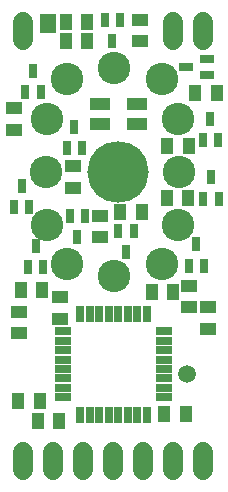
<source format=gts>
G75*
%MOIN*%
%OFA0B0*%
%FSLAX25Y25*%
%IPPOS*%
%LPD*%
%AMOC8*
5,1,8,0,0,1.08239X$1,22.5*
%
%ADD10R,0.05800X0.03000*%
%ADD11R,0.03000X0.05800*%
%ADD12C,0.06800*%
%ADD13R,0.02769X0.04737*%
%ADD14R,0.05524X0.03950*%
%ADD15R,0.03950X0.05524*%
%ADD16R,0.04737X0.02769*%
%ADD17R,0.06706X0.04343*%
%ADD18C,0.10800*%
%ADD19C,0.20485*%
%ADD20R,0.05800X0.03300*%
%ADD21C,0.05918*%
D10*
X0024270Y0030360D03*
X0024270Y0033509D03*
X0024270Y0036659D03*
X0024270Y0039809D03*
X0024270Y0042958D03*
X0024270Y0046108D03*
X0024270Y0049257D03*
X0024270Y0052407D03*
X0058070Y0052407D03*
X0058070Y0049257D03*
X0058070Y0046108D03*
X0058070Y0042958D03*
X0058070Y0039809D03*
X0058070Y0036659D03*
X0058070Y0033509D03*
X0058070Y0030360D03*
D11*
X0052194Y0024483D03*
X0049044Y0024483D03*
X0045894Y0024483D03*
X0042745Y0024483D03*
X0039595Y0024483D03*
X0036446Y0024483D03*
X0033296Y0024483D03*
X0030146Y0024483D03*
X0030146Y0058283D03*
X0033296Y0058283D03*
X0036446Y0058283D03*
X0039595Y0058283D03*
X0042745Y0058283D03*
X0045894Y0058283D03*
X0049044Y0058283D03*
X0052194Y0058283D03*
D12*
X0011170Y0012100D02*
X0011170Y0006100D01*
X0021170Y0006100D02*
X0021170Y0012100D01*
X0031170Y0012100D02*
X0031170Y0006100D01*
X0041170Y0006100D02*
X0041170Y0012100D01*
X0051170Y0012100D02*
X0051170Y0006100D01*
X0061170Y0006100D02*
X0061170Y0012100D01*
X0071170Y0012100D02*
X0071170Y0006100D01*
X0071170Y0149407D02*
X0071170Y0155407D01*
X0061170Y0155407D02*
X0061170Y0149407D01*
X0011170Y0149407D02*
X0011170Y0155407D01*
D13*
X0014300Y0139057D03*
X0011741Y0131970D03*
X0016859Y0131970D03*
X0025556Y0113470D03*
X0028115Y0120557D03*
X0030674Y0113470D03*
X0031643Y0090754D03*
X0029083Y0083667D03*
X0026524Y0090754D03*
X0017833Y0073653D03*
X0015274Y0080739D03*
X0012715Y0073653D03*
X0013086Y0093813D03*
X0010527Y0100899D03*
X0007968Y0093813D03*
X0038241Y0156057D03*
X0040800Y0148970D03*
X0043359Y0156057D03*
X0070914Y0116072D03*
X0073473Y0123159D03*
X0076032Y0116072D03*
X0073666Y0103639D03*
X0071107Y0096553D03*
X0076225Y0096553D03*
X0068824Y0081360D03*
X0071383Y0074273D03*
X0066265Y0074273D03*
X0047859Y0085757D03*
X0045300Y0078670D03*
X0042741Y0085757D03*
D14*
X0036517Y0083862D03*
X0036517Y0090949D03*
X0027558Y0100274D03*
X0027558Y0107361D03*
X0007922Y0119557D03*
X0007922Y0126643D03*
X0023500Y0063657D03*
X0023500Y0056570D03*
X0009774Y0058919D03*
X0009774Y0051832D03*
X0049918Y0149057D03*
X0049918Y0156143D03*
X0066292Y0067433D03*
X0066292Y0060346D03*
X0072800Y0060357D03*
X0072800Y0053270D03*
D15*
X0061043Y0065513D03*
X0053957Y0065513D03*
X0050543Y0092013D03*
X0043457Y0092013D03*
X0059060Y0096647D03*
X0066146Y0096647D03*
X0066206Y0114147D03*
X0059119Y0114147D03*
X0068501Y0131872D03*
X0075587Y0131872D03*
X0032343Y0149013D03*
X0032343Y0155513D03*
X0025257Y0155513D03*
X0025257Y0149013D03*
X0017440Y0066187D03*
X0010354Y0066187D03*
X0009457Y0029113D03*
X0015857Y0022513D03*
X0016543Y0029113D03*
X0022943Y0022513D03*
X0058157Y0024713D03*
X0065243Y0024713D03*
D16*
X0072343Y0137899D03*
X0072343Y0143017D03*
X0065257Y0140458D03*
D17*
X0048847Y0128285D03*
X0048847Y0121592D03*
X0036643Y0121592D03*
X0036643Y0128285D03*
D18*
X0041495Y0140271D03*
X0057243Y0136334D03*
X0062617Y0123273D03*
X0063117Y0105557D03*
X0062617Y0087840D03*
X0057243Y0074779D03*
X0041495Y0070842D03*
X0025747Y0074779D03*
X0019123Y0087840D03*
X0018623Y0105557D03*
X0019123Y0123273D03*
X0025747Y0136334D03*
D19*
X0042745Y0105557D03*
D20*
X0019300Y0153413D03*
X0019300Y0156613D03*
D21*
X0065800Y0038013D03*
M02*

</source>
